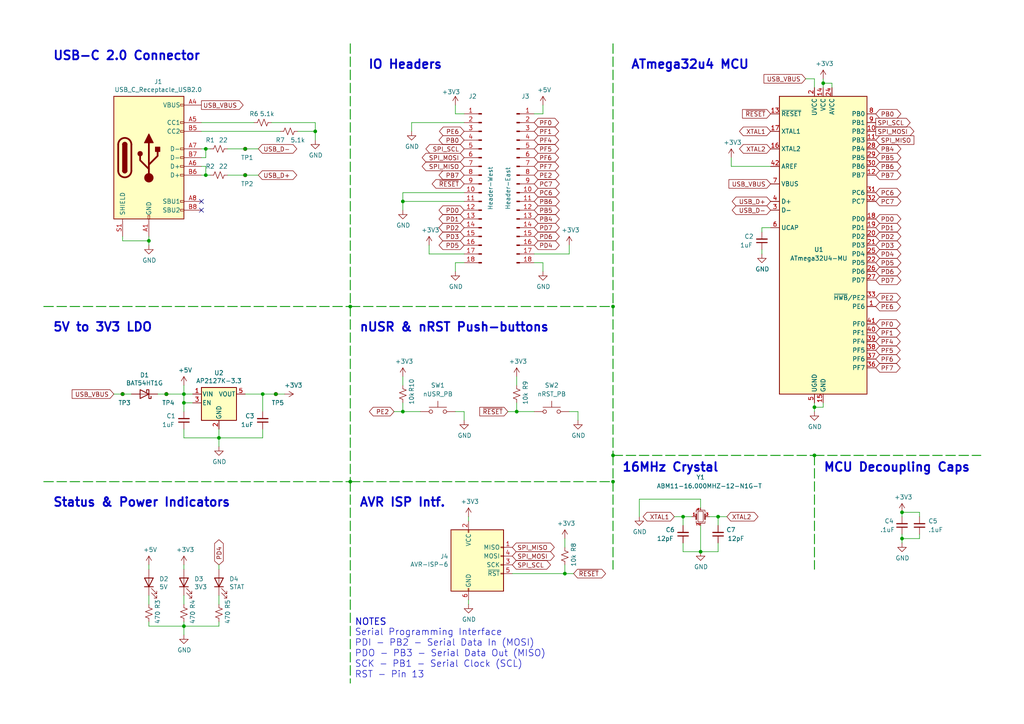
<source format=kicad_sch>
(kicad_sch (version 20230121) (generator eeschema)
  (paper "A4")
  (title_block (title "atmega32u4_breakout") (date "2022-12-27") (rev "rev B") (company "great lakes dev"))
  (lib_symbols
    (symbol "Connector:AVR-ISP-6" (pin_names (offset 1.016))
      (property "Reference" "J" (at -6.35 11.43 0))
      (property "Value" "AVR-ISP-6" (at 0 11.43 0))
      (symbol "AVR-ISP-6_0_1"
        (rectangle (start -2.667 -6.858) (end -2.413 -7.62))
        (rectangle (start -2.667 10.16) (end -2.413 9.398))
        (rectangle (start 7.62 -2.413) (end 6.858 -2.667))
        (rectangle (start 7.62 0.127) (end 6.858 -0.127))
        (rectangle (start 7.62 2.667) (end 6.858 2.413))
        (rectangle (start 7.62 5.207) (end 6.858 4.953))
        (rectangle (start 7.62 10.16) (end -7.62 -7.62) (stroke (width 0.254)) (fill (type background)))
      )
      (symbol "AVR-ISP-6_1_1"
        (pin passive line (at 10.16 5.08 180) (length 2.54) (name "MISO") (number "1"))
        (pin passive line (at -2.54 12.7 270) (length 2.54) (name "VCC") (number "2"))
        (pin passive line (at 10.16 0 180) (length 2.54) (name "SCK") (number "3"))
        (pin passive line (at 10.16 2.54 180) (length 2.54) (name "MOSI") (number "4"))
        (pin passive line (at 10.16 -2.54 180) (length 2.54) (name "~{RST}") (number "5"))
        (pin passive line (at -2.54 -10.16 90) (length 2.54) (name "GND") (number "6"))
      )
    )
    (symbol "Connector:Conn_01x18_Male" (pin_names (offset 1.016) hide)
      (property "Reference" "J" (at 0 22.86 0))
      (property "Value" "Conn_01x18_Male" (at 0 -25.4 0))
      (symbol "Conn_01x18_Male_1_1"
        (polyline (pts (xy 1.27 -22.86) (xy 0.8636 -22.86)) (stroke (width 0.1524)))
        (polyline (pts (xy 1.27 -20.32) (xy 0.8636 -20.32)) (stroke (width 0.1524)))
        (polyline (pts (xy 1.27 -17.78) (xy 0.8636 -17.78)) (stroke (width 0.1524)))
        (polyline (pts (xy 1.27 -15.24) (xy 0.8636 -15.24)) (stroke (width 0.1524)))
        (polyline (pts (xy 1.27 -12.7) (xy 0.8636 -12.7)) (stroke (width 0.1524)))
        (polyline (pts (xy 1.27 -10.16) (xy 0.8636 -10.16)) (stroke (width 0.1524)))
        (polyline (pts (xy 1.27 -7.62) (xy 0.8636 -7.62)) (stroke (width 0.1524)))
        (polyline (pts (xy 1.27 -5.08) (xy 0.8636 -5.08)) (stroke (width 0.1524)))
        (polyline (pts (xy 1.27 -2.54) (xy 0.8636 -2.54)) (stroke (width 0.1524)))
        (polyline (pts (xy 1.27 0) (xy 0.8636 0)) (stroke (width 0.1524)))
        (polyline (pts (xy 1.27 2.54) (xy 0.8636 2.54)) (stroke (width 0.1524)))
        (polyline (pts (xy 1.27 5.08) (xy 0.8636 5.08)) (stroke (width 0.1524)))
        (polyline (pts (xy 1.27 7.62) (xy 0.8636 7.62)) (stroke (width 0.1524)))
        (polyline (pts (xy 1.27 10.16) (xy 0.8636 10.16)) (stroke (width 0.1524)))
        (polyline (pts (xy 1.27 12.7) (xy 0.8636 12.7)) (stroke (width 0.1524)))
        (polyline (pts (xy 1.27 15.24) (xy 0.8636 15.24)) (stroke (width 0.1524)))
        (polyline (pts (xy 1.27 17.78) (xy 0.8636 17.78)) (stroke (width 0.1524)))
        (polyline (pts (xy 1.27 20.32) (xy 0.8636 20.32)) (stroke (width 0.1524)))
        (rectangle (start 0.8636 -22.733) (end 0 -22.987) (stroke (width 0.1524)) (fill (type outline)))
        (rectangle (start 0.8636 -20.193) (end 0 -20.447) (stroke (width 0.1524)) (fill (type outline)))
        (rectangle (start 0.8636 -17.653) (end 0 -17.907) (stroke (width 0.1524)) (fill (type outline)))
        (rectangle (start 0.8636 -15.113) (end 0 -15.367) (stroke (width 0.1524)) (fill (type outline)))
        (rectangle (start 0.8636 -12.573) (end 0 -12.827) (stroke (width 0.1524)) (fill (type outline)))
        (rectangle (start 0.8636 -10.033) (end 0 -10.287) (stroke (width 0.1524)) (fill (type outline)))
        (rectangle (start 0.8636 -7.493) (end 0 -7.747) (stroke (width 0.1524)) (fill (type outline)))
        (rectangle (start 0.8636 -4.953) (end 0 -5.207) (stroke (width 0.1524)) (fill (type outline)))
        (rectangle (start 0.8636 -2.413) (end 0 -2.667) (stroke (width 0.1524)) (fill (type outline)))
        (rectangle (start 0.8636 0.127) (end 0 -0.127) (stroke (width 0.1524)) (fill (type outline)))
        (rectangle (start 0.8636 2.667) (end 0 2.413) (stroke (width 0.1524)) (fill (type outline)))
        (rectangle (start 0.8636 5.207) (end 0 4.953) (stroke (width 0.1524)) (fill (type outline)))
        (rectangle (start 0.8636 7.747) (end 0 7.493) (stroke (width 0.1524)) (fill (type outline)))
        (rectangle (start 0.8636 10.287) (end 0 10.033) (stroke (width 0.1524)) (fill (type outline)))
        (rectangle (start 0.8636 12.827) (end 0 12.573) (stroke (width 0.1524)) (fill (type outline)))
        (rectangle (start 0.8636 15.367) (end 0 15.113) (stroke (width 0.1524)) (fill (type outline)))
        (rectangle (start 0.8636 17.907) (end 0 17.653) (stroke (width 0.1524)) (fill (type outline)))
        (rectangle (start 0.8636 20.447) (end 0 20.193) (stroke (width 0.1524)) (fill (type outline)))
        (pin passive line (at 5.08 20.32 180) (length 3.81) (name "Pin_1") (number "1"))
        (pin passive line (at 5.08 -2.54 180) (length 3.81) (name "Pin_10") (number "10"))
        (pin passive line (at 5.08 -5.08 180) (length 3.81) (name "Pin_11") (number "11"))
        (pin passive line (at 5.08 -7.62 180) (length 3.81) (name "Pin_12") (number "12"))
        (pin passive line (at 5.08 -10.16 180) (length 3.81) (name "Pin_13") (number "13"))
        (pin passive line (at 5.08 -12.7 180) (length 3.81) (name "Pin_14") (number "14"))
        (pin passive line (at 5.08 -15.24 180) (length 3.81) (name "Pin_15") (number "15"))
        (pin passive line (at 5.08 -17.78 180) (length 3.81) (name "Pin_16") (number "16"))
        (pin passive line (at 5.08 -20.32 180) (length 3.81) (name "Pin_17") (number "17"))
        (pin passive line (at 5.08 -22.86 180) (length 3.81) (name "Pin_18") (number "18"))
        (pin passive line (at 5.08 17.78 180) (length 3.81) (name "Pin_2") (number "2"))
        (pin passive line (at 5.08 15.24 180) (length 3.81) (name "Pin_3") (number "3"))
        (pin passive line (at 5.08 12.7 180) (length 3.81) (name "Pin_4") (number "4"))
        (pin passive line (at 5.08 10.16 180) (length 3.81) (name "Pin_5") (number "5"))
        (pin passive line (at 5.08 7.62 180) (length 3.81) (name "Pin_6") (number "6"))
        (pin passive line (at 5.08 5.08 180) (length 3.81) (name "Pin_7") (number "7"))
        (pin passive line (at 5.08 2.54 180) (length 3.81) (name "Pin_8") (number "8"))
        (pin passive line (at 5.08 0 180) (length 3.81) (name "Pin_9") (number "9"))
      )
    )
    (symbol "Connector:TestPoint_Small" (pin_numbers hide) (pin_names (offset 0.762) hide)
      (property "Reference" "TP" (at 0 3.81 0))
      (property "Value" "TestPoint_Small" (at 0 2.032 0))
      (symbol "TestPoint_Small_0_1"
        (circle (center 0 0) (radius 0.508))
      )
      (symbol "TestPoint_Small_1_1"
        (pin passive line (at 0 0 90) (length 0) (name "1") (number "1"))
      )
    )
    (symbol "Device:C_Small" (pin_numbers hide) (pin_names (offset 0.254) hide)
      (property "Reference" "C" (at 0.254 1.778 0))
      (property "Value" "C_Small" (at 0.254 -2.032 0))
      (symbol "C_Small_0_1"
        (polyline (pts (xy -1.524 -0.508) (xy 1.524 -0.508)) (stroke (width 0.3302)))
        (polyline (pts (xy -1.524 0.508) (xy 1.524 0.508)) (stroke (width 0.3048)))
      )
      (symbol "C_Small_1_1"
        (pin passive line (at 0 2.54 270) (length 2.032) (name "~") (number "1"))
        (pin passive line (at 0 -2.54 90) (length 2.032) (name "~") (number "2"))
      )
    )
    (symbol "Device:Crystal_GND24_Small" (pin_names (offset 1.016) hide)
      (property "Reference" "Y" (at 1.27 4.445 0))
      (property "Value" "Crystal_GND24_Small" (at 1.27 2.54 0))
      (symbol "Crystal_GND24_Small_0_1"
        (rectangle (start -0.762 -1.524) (end 0.762 1.524))
        (polyline (pts (xy -1.27 -0.762) (xy -1.27 0.762)) (stroke (width 0.381)))
        (polyline (pts (xy 1.27 -0.762) (xy 1.27 0.762)) (stroke (width 0.381)))
        (polyline (pts (xy -1.27 -1.27) (xy -1.27 -1.905) (xy 1.27 -1.905) (xy 1.27 -1.27)))
        (polyline (pts (xy -1.27 1.27) (xy -1.27 1.905) (xy 1.27 1.905) (xy 1.27 1.27)))
      )
      (symbol "Crystal_GND24_Small_1_1"
        (pin passive line (at -2.54 0 0) (length 1.27) (name "1") (number "1"))
        (pin passive line (at 0 -2.54 90) (length 0.635) (name "2") (number "2"))
        (pin passive line (at 2.54 0 180) (length 1.27) (name "3") (number "3"))
        (pin passive line (at 0 2.54 270) (length 0.635) (name "4") (number "4"))
      )
    )
    (symbol "Device:D_Schottky" (pin_numbers hide) (pin_names (offset 1.016) hide)
      (property "Reference" "D" (at 0 2.54 0))
      (property "Value" "D_Schottky" (at 0 -2.54 0))
      (symbol "D_Schottky_0_1"
        (polyline (pts (xy 1.27 0) (xy -1.27 0)))
        (polyline (pts (xy 1.27 1.27) (xy 1.27 -1.27) (xy -1.27 0) (xy 1.27 1.27)) (stroke (width 0.254)))
        (polyline (pts (xy -1.905 0.635) (xy -1.905 1.27) (xy -1.27 1.27) (xy -1.27 -1.27) (xy -0.635 -1.27) (xy -0.635 -0.635)) (stroke (width 0.254)))
      )
      (symbol "D_Schottky_1_1"
        (pin passive line (at -3.81 0 0) (length 2.54) (name "K") (number "1"))
        (pin passive line (at 3.81 0 180) (length 2.54) (name "A") (number "2"))
      )
    )
    (symbol "Device:LED" (pin_numbers hide) (pin_names (offset 1.016) hide)
      (property "Reference" "D" (at 0 2.54 0))
      (property "Value" "LED" (at 0 -2.54 0))
      (symbol "LED_0_1"
        (polyline (pts (xy -1.27 -1.27) (xy -1.27 1.27)) (stroke (width 0.254)))
        (polyline (pts (xy -1.27 0) (xy 1.27 0)))
        (polyline (pts (xy 1.27 -1.27) (xy 1.27 1.27) (xy -1.27 0) (xy 1.27 -1.27)) (stroke (width 0.254)))
        (polyline (pts (xy -3.048 -0.762) (xy -4.572 -2.286) (xy -3.81 -2.286) (xy -4.572 -2.286) (xy -4.572 -1.524)))
        (polyline (pts (xy -1.778 -0.762) (xy -3.302 -2.286) (xy -2.54 -2.286) (xy -3.302 -2.286) (xy -3.302 -1.524)))
      )
      (symbol "LED_1_1"
        (pin passive line (at -3.81 0 0) (length 2.54) (name "K") (number "1"))
        (pin passive line (at 3.81 0 180) (length 2.54) (name "A") (number "2"))
      )
    )
    (symbol "Device:R_Small_US" (pin_numbers hide) (pin_names (offset 0.254) hide)
      (property "Reference" "R" (at 0.762 0.508 0))
      (property "Value" "R_Small_US" (at 0.762 -1.016 0))
      (symbol "R_Small_US_1_1"
        (polyline (pts (xy 0 0) (xy 1.016 -0.381) (xy 0 -0.762) (xy -1.016 -1.143) (xy 0 -1.524)))
        (polyline (pts (xy 0 1.524) (xy 1.016 1.143) (xy 0 0.762) (xy -1.016 0.381) (xy 0 0)))
        (pin passive line (at 0 2.54 270) (length 1.016) (name "~") (number "1"))
        (pin passive line (at 0 -2.54 90) (length 1.016) (name "~") (number "2"))
      )
    )
    (symbol "Switch:SW_Push" (pin_numbers hide) (pin_names (offset 1.016) hide)
      (property "Reference" "SW" (at 1.27 2.54 0))
      (property "Value" "SW_Push" (at 0 -1.524 0))
      (symbol "SW_Push_0_1"
        (circle (center -2.032 0) (radius 0.508))
        (polyline (pts (xy 0 1.27) (xy 0 3.048)))
        (polyline (pts (xy 2.54 1.27) (xy -2.54 1.27)))
        (circle (center 2.032 0) (radius 0.508))
        (pin passive line (at -5.08 0 0) (length 2.54) (name "1") (number "1"))
        (pin passive line (at 5.08 0 180) (length 2.54) (name "2") (number "2"))
      )
    )
    (symbol "atmegaXu4_breakout-rescue:AP2127K-3.3-Regulator_Linear" (pin_names (offset 0.254))
      (property "Reference" "U" (at -5.08 5.715 0))
      (property "Value" "AP2127K-3.3-Regulator_Linear" (at 0 5.715 0))
      (symbol "AP2127K-3.3-Regulator_Linear_0_1"
        (rectangle (start -5.08 4.445) (end 5.08 -5.08) (stroke (width 0.254)) (fill (type background)))
      )
      (symbol "AP2127K-3.3-Regulator_Linear_1_1"
        (pin power_in line (at -7.62 2.54 0) (length 2.54) (name "VIN") (number "1"))
        (pin power_in line (at 0 -7.62 90) (length 2.54) (name "GND") (number "2"))
        (pin input line (at -7.62 0 0) (length 2.54) (name "EN") (number "3"))
        (pin no_connect line (at 7.62 0 180) (length 2.54) hide (name "NC") (number "4"))
        (pin power_out line (at 7.62 2.54 180) (length 2.54) (name "VOUT") (number "5"))
      )
    )
    (symbol "atmegaXu4_breakout-rescue:ATmega32U4-MU-MCU_Microchip_ATmega"
      (property "Reference" "U" (at -12.7 44.45 0))
      (property "Value" "ATmega32U4-MU-MCU_Microchip_ATmega" (at 2.54 -44.45 0))
      (symbol "ATmega32U4-MU-MCU_Microchip_ATmega_0_1"
        (rectangle (start -12.7 -43.18) (end 12.7 43.18) (stroke (width 0.254)) (fill (type background)))
      )
      (symbol "ATmega32U4-MU-MCU_Microchip_ATmega_1_1"
        (pin bidirectional line (at 15.24 -17.78 180) (length 2.54) (name "PE6") (number "1"))
        (pin bidirectional line (at 15.24 33.02 180) (length 2.54) (name "PB2") (number "10"))
        (pin bidirectional line (at 15.24 30.48 180) (length 2.54) (name "PB3") (number "11"))
        (pin bidirectional line (at 15.24 20.32 180) (length 2.54) (name "PB7") (number "12"))
        (pin input line (at -15.24 38.1 0) (length 2.54) (name "~{RESET}") (number "13"))
        (pin power_in line (at 0 45.72 270) (length 2.54) (name "VCC") (number "14"))
        (pin power_in line (at 0 -45.72 90) (length 2.54) (name "GND") (number "15"))
        (pin output line (at -15.24 27.94 0) (length 2.54) (name "XTAL2") (number "16"))
        (pin input line (at -15.24 33.02 0) (length 2.54) (name "XTAL1") (number "17"))
        (pin bidirectional line (at 15.24 7.62 180) (length 2.54) (name "PD0") (number "18"))
        (pin bidirectional line (at 15.24 5.08 180) (length 2.54) (name "PD1") (number "19"))
        (pin power_in line (at -2.54 45.72 270) (length 2.54) (name "UVCC") (number "2"))
        (pin bidirectional line (at 15.24 2.54 180) (length 2.54) (name "PD2") (number "20"))
        (pin bidirectional line (at 15.24 0 180) (length 2.54) (name "PD3") (number "21"))
        (pin bidirectional line (at 15.24 -5.08 180) (length 2.54) (name "PD5") (number "22"))
        (pin passive line (at 0 -45.72 90) (length 2.54) hide (name "GND") (number "23"))
        (pin power_in line (at 2.54 45.72 270) (length 2.54) (name "AVCC") (number "24"))
        (pin bidirectional line (at 15.24 -2.54 180) (length 2.54) (name "PD4") (number "25"))
        (pin bidirectional line (at 15.24 -7.62 180) (length 2.54) (name "PD6") (number "26"))
        (pin bidirectional line (at 15.24 -10.16 180) (length 2.54) (name "PD7") (number "27"))
        (pin bidirectional line (at 15.24 27.94 180) (length 2.54) (name "PB4") (number "28"))
        (pin bidirectional line (at 15.24 25.4 180) (length 2.54) (name "PB5") (number "29"))
        (pin bidirectional line (at -15.24 10.16 0) (length 2.54) (name "D-") (number "3"))
        (pin bidirectional line (at 15.24 22.86 180) (length 2.54) (name "PB6") (number "30"))
        (pin bidirectional line (at 15.24 15.24 180) (length 2.54) (name "PC6") (number "31"))
        (pin bidirectional line (at 15.24 12.7 180) (length 2.54) (name "PC7") (number "32"))
        (pin bidirectional line (at 15.24 -15.24 180) (length 2.54) (name "~{HWB}/PE2") (number "33"))
        (pin passive line (at 0 45.72 270) (length 2.54) hide (name "VCC") (number "34"))
        (pin passive line (at 0 -45.72 90) (length 2.54) hide (name "GND") (number "35"))
        (pin bidirectional line (at 15.24 -35.56 180) (length 2.54) (name "PF7") (number "36"))
        (pin bidirectional line (at 15.24 -33.02 180) (length 2.54) (name "PF6") (number "37"))
        (pin bidirectional line (at 15.24 -30.48 180) (length 2.54) (name "PF5") (number "38"))
        (pin bidirectional line (at 15.24 -27.94 180) (length 2.54) (name "PF4") (number "39"))
        (pin bidirectional line (at -15.24 12.7 0) (length 2.54) (name "D+") (number "4"))
        (pin bidirectional line (at 15.24 -25.4 180) (length 2.54) (name "PF1") (number "40"))
        (pin bidirectional line (at 15.24 -22.86 180) (length 2.54) (name "PF0") (number "41"))
        (pin passive line (at -15.24 22.86 0) (length 2.54) (name "AREF") (number "42"))
        (pin passive line (at 0 -45.72 90) (length 2.54) hide (name "GND") (number "43"))
        (pin passive line (at 2.54 45.72 270) (length 2.54) hide (name "AVCC") (number "44"))
        (pin passive line (at 0 -45.72 90) (length 2.54) hide (name "GND") (number "45"))
        (pin passive line (at -2.54 -45.72 90) (length 2.54) (name "UGND") (number "5"))
        (pin passive line (at -15.24 5.08 0) (length 2.54) (name "UCAP") (number "6"))
        (pin input line (at -15.24 17.78 0) (length 2.54) (name "VBUS") (number "7"))
        (pin bidirectional line (at 15.24 38.1 180) (length 2.54) (name "PB0") (number "8"))
        (pin bidirectional line (at 15.24 35.56 180) (length 2.54) (name "PB1") (number "9"))
      )
    )
    (symbol "atmegaXu4_breakout-rescue:USB_C_Receptacle_USB2.0-Connector" (pin_names (offset 1.016))
      (property "Reference" "J" (at -10.16 19.05 0))
      (property "Value" "USB_C_Receptacle_USB2.0-Connector" (at 19.05 19.05 0))
      (symbol "USB_C_Receptacle_USB2.0-Connector_0_0"
        (rectangle (start -0.254 -17.78) (end 0.254 -16.764))
        (rectangle (start 10.16 -14.986) (end 9.144 -15.494))
        (rectangle (start 10.16 -12.446) (end 9.144 -12.954))
        (rectangle (start 10.16 -4.826) (end 9.144 -5.334))
        (rectangle (start 10.16 -2.286) (end 9.144 -2.794))
        (rectangle (start 10.16 0.254) (end 9.144 -0.254))
        (rectangle (start 10.16 2.794) (end 9.144 2.286))
        (rectangle (start 10.16 7.874) (end 9.144 7.366))
        (rectangle (start 10.16 10.414) (end 9.144 9.906))
        (rectangle (start 10.16 15.494) (end 9.144 14.986))
      )
      (symbol "USB_C_Receptacle_USB2.0-Connector_0_1"
        (rectangle (start -10.16 17.78) (end 10.16 -17.78) (stroke (width 0.254)) (fill (type background)))
        (arc (start -8.89 -3.81) (mid -6.985 -5.7067) (end -5.08 -3.81) (stroke (width 0.508)))
        (arc (start -7.62 -3.81) (mid -6.985 -4.4423) (end -6.35 -3.81) (stroke (width 0.254)))
        (arc (start -7.62 -3.81) (mid -6.985 -4.4423) (end -6.35 -3.81) (stroke (width 0.254)) (fill (type outline)))
        (rectangle (start -7.62 -3.81) (end -6.35 3.81) (stroke (width 0.254)) (fill (type outline)))
        (arc (start -6.35 3.81) (mid -6.985 4.4423) (end -7.62 3.81) (stroke (width 0.254)))
        (arc (start -6.35 3.81) (mid -6.985 4.4423) (end -7.62 3.81) (stroke (width 0.254)) (fill (type outline)))
        (arc (start -5.08 3.81) (mid -6.985 5.7067) (end -8.89 3.81) (stroke (width 0.508)))
        (circle (center -2.54 1.143) (radius 0.635) (stroke (width 0.254)) (fill (type outline)))
        (circle (center 0 -5.842) (radius 1.27) (fill (type outline)))
        (polyline (pts (xy -8.89 -3.81) (xy -8.89 3.81)) (stroke (width 0.508)))
        (polyline (pts (xy -5.08 3.81) (xy -5.08 -3.81)) (stroke (width 0.508)))
        (polyline (pts (xy 0 -5.842) (xy 0 4.318)) (stroke (width 0.508)))
        (polyline (pts (xy 0 -3.302) (xy -2.54 -0.762) (xy -2.54 0.508)) (stroke (width 0.508)))
        (polyline (pts (xy 0 -2.032) (xy 2.54 0.508) (xy 2.54 1.778)) (stroke (width 0.508)))
        (polyline (pts (xy -1.27 4.318) (xy 0 6.858) (xy 1.27 4.318) (xy -1.27 4.318)) (stroke (width 0.254)) (fill (type outline)))
        (rectangle (start 1.905 1.778) (end 3.175 3.048) (stroke (width 0.254)) (fill (type outline)))
      )
      (symbol "USB_C_Receptacle_USB2.0-Connector_1_1"
        (pin power_in line (at 0 -22.86 90) (length 5.08) (name "GND") (number "A1"))
        (pin passive line (at 0 -22.86 90) (length 5.08) hide (name "GND") (number "A12"))
        (pin power_in line (at 15.24 15.24 180) (length 5.08) (name "VBUS") (number "A4"))
        (pin bidirectional line (at 15.24 10.16 180) (length 5.08) (name "CC1") (number "A5"))
        (pin bidirectional line (at 15.24 -2.54 180) (length 5.08) (name "D+") (number "A6"))
        (pin bidirectional line (at 15.24 2.54 180) (length 5.08) (name "D-") (number "A7"))
        (pin bidirectional line (at 15.24 -12.7 180) (length 5.08) (name "SBU1") (number "A8"))
        (pin passive line (at 15.24 15.24 180) (length 5.08) hide (name "VBUS") (number "A9"))
        (pin passive line (at 0 -22.86 90) (length 5.08) hide (name "GND") (number "B1"))
        (pin passive line (at 0 -22.86 90) (length 5.08) hide (name "GND") (number "B12"))
        (pin passive line (at 15.24 15.24 180) (length 5.08) hide (name "VBUS") (number "B4"))
        (pin bidirectional line (at 15.24 7.62 180) (length 5.08) (name "CC2") (number "B5"))
        (pin bidirectional line (at 15.24 -5.08 180) (length 5.08) (name "D+") (number "B6"))
        (pin bidirectional line (at 15.24 0 180) (length 5.08) (name "D-") (number "B7"))
        (pin bidirectional line (at 15.24 -15.24 180) (length 5.08) (name "SBU2") (number "B8"))
        (pin passive line (at 15.24 15.24 180) (length 5.08) hide (name "VBUS") (number "B9"))
        (pin passive line (at -7.62 -22.86 90) (length 5.08) (name "SHIELD") (number "S1"))
      )
    )
    (symbol "power:+3V3" (power) (pin_names (offset 0))
      (property "Value" "+3V3" (at 0 3.556 0))
      (symbol "+3V3_0_1"
        (polyline (pts (xy -0.762 1.27) (xy 0 2.54)))
        (polyline (pts (xy 0 0) (xy 0 2.54)))
        (polyline (pts (xy 0 2.54) (xy 0.762 1.27)))
      )
      (symbol "+3V3_1_1"
        (pin power_in line (at 0 0 90) (length 0) hide (name "+3V3") (number "1"))
      )
    )
    (symbol "power:+5V" (power) (pin_names (offset 0))
      (property "Value" "+5V" (at 0 3.556 0))
      (symbol "+5V_0_1"
        (polyline (pts (xy -0.762 1.27) (xy 0 2.54)))
        (polyline (pts (xy 0 0) (xy 0 2.54)))
        (polyline (pts (xy 0 2.54) (xy 0.762 1.27)))
      )
      (symbol "+5V_1_1"
        (pin power_in line (at 0 0 90) (length 0) hide (name "+5V") (number "1"))
      )
    )
    (symbol "power:GND" (power) (pin_names (offset 0))
      (property "Value" "GND" (at 0 -3.81 0))
      (symbol "GND_0_1"
        (polyline (pts (xy 0 0) (xy 0 -1.27) (xy 1.27 -1.27) (xy 0 -2.54) (xy -1.27 -1.27) (xy 0 -1.27)))
      )
      (symbol "GND_1_1"
        (pin power_in line (at 0 0 270) (length 0) hide (name "GND") (number "1"))
      )
    )
  )
  (junction (at 177.8 139.7))
  (junction (at 53.34 181.61))
  (junction (at 48.26 114.3))
  (junction (at 116.84 58.42))
  (junction (at 116.84 119.38))
  (junction (at 76.2 114.3))
  (junction (at 59.69 50.8))
  (junction (at 198.12 149.86))
  (junction (at 236.22 118.11))
  (junction (at 43.18 69.85))
  (junction (at 261.62 148.59))
  (junction (at 238.76 24.13))
  (junction (at 53.34 116.84))
  (junction (at 59.69 43.18))
  (junction (at 203.2 160.02))
  (junction (at 177.8 88.9))
  (junction (at 236.22 132.08))
  (junction (at 71.12 43.18))
  (junction (at 91.44 38.1))
  (junction (at 80.01 114.3))
  (junction (at 261.62 156.21))
  (junction (at 208.28 149.86))
  (junction (at 101.6 88.9))
  (junction (at 35.56 114.3))
  (junction (at 63.5 127))
  (junction (at 163.83 166.37))
  (junction (at 101.6 139.7))
  (junction (at 149.86 119.38))
  (junction (at 71.12 50.8))
  (junction (at 53.34 114.3))
  (junction (at 177.8 132.08))
  (no_connect (at 58.42 58.42))
  (no_connect (at 58.42 60.96))
  (wire (pts (xy 91.44 38.1) (xy 91.44 40.64)))
  (wire (pts (xy 134.62 55.88) (xy 116.84 55.88)))
  (wire (pts (xy 165.1 71.12) (xy 165.1 73.66)))
  (wire (pts (xy 238.76 24.13) (xy 238.76 25.4)))
  (wire (pts (xy 80.01 114.3) (xy 76.2 114.3)))
  (wire (pts (xy 116.84 116.84) (xy 116.84 119.38)))
  (wire (pts (xy 177.8 132.08) (xy 177.8 139.7)) (stroke (width 0.254) (type dash)))
  (wire (pts (xy 203.2 144.78) (xy 203.2 147.32)))
  (wire (pts (xy 236.22 132.08) (xy 236.22 165.1)) (stroke (width 0.254) (type dash)))
  (wire (pts (xy 149.86 109.22) (xy 149.86 111.76)))
  (wire (pts (xy 59.69 50.8) (xy 60.96 50.8)))
  (wire (pts (xy 101.6 88.9) (xy 177.8 88.9)) (stroke (width 0.254) (type dash)))
  (wire (pts (xy 63.5 181.61) (xy 53.34 181.61)))
  (wire (pts (xy 58.42 38.1) (xy 81.28 38.1)))
  (wire (pts (xy 198.12 149.86) (xy 200.66 149.86)))
  (wire (pts (xy 63.5 127) (xy 63.5 129.54)))
  (wire (pts (xy 198.12 152.4) (xy 198.12 149.86)))
  (wire (pts (xy 154.94 33.02) (xy 157.48 33.02)))
  (wire (pts (xy 116.84 58.42) (xy 116.84 60.96)))
  (wire (pts (xy 58.42 43.18) (xy 59.69 43.18)))
  (wire (pts (xy 154.94 119.38) (xy 149.86 119.38)))
  (wire (pts (xy 59.69 43.18) (xy 60.96 43.18)))
  (wire (pts (xy 166.37 166.37) (xy 163.83 166.37)))
  (wire (pts (xy 134.62 33.02) (xy 132.08 33.02)))
  (wire (pts (xy 177.8 132.08) (xy 236.22 132.08)) (stroke (width 0.254) (type dash)))
  (wire (pts (xy 135.89 149.86) (xy 135.89 151.13)))
  (wire (pts (xy 53.34 172.72) (xy 53.34 175.26)))
  (wire (pts (xy 53.34 114.3) (xy 55.88 114.3)))
  (wire (pts (xy 53.34 114.3) (xy 53.34 116.84)))
  (wire (pts (xy 238.76 118.11) (xy 236.22 118.11)))
  (wire (pts (xy 154.94 73.66) (xy 165.1 73.66)))
  (wire (pts (xy 163.83 163.83) (xy 163.83 166.37)))
  (wire (pts (xy 43.18 172.72) (xy 43.18 175.26)))
  (wire (pts (xy 261.62 149.86) (xy 261.62 148.59)))
  (wire (pts (xy 241.3 24.13) (xy 241.3 25.4)))
  (wire (pts (xy 53.34 111.76) (xy 53.34 114.3)))
  (wire (pts (xy 121.92 119.38) (xy 116.84 119.38)))
  (wire (pts (xy 154.94 76.2) (xy 157.48 76.2)))
  (wire (pts (xy 238.76 116.84) (xy 238.76 118.11)))
  (wire (pts (xy 33.02 114.3) (xy 35.56 114.3)))
  (wire (pts (xy 261.62 154.94) (xy 261.62 156.21)))
  (wire (pts (xy 66.04 43.18) (xy 71.12 43.18)))
  (wire (pts (xy 185.42 144.78) (xy 185.42 149.86)))
  (wire (pts (xy 132.08 30.48) (xy 132.08 33.02)))
  (wire (pts (xy 205.74 149.86) (xy 208.28 149.86)))
  (wire (pts (xy 58.42 50.8) (xy 59.69 50.8)))
  (wire (pts (xy 134.62 119.38) (xy 134.62 121.92)))
  (wire (pts (xy 74.93 50.8) (xy 71.12 50.8)))
  (wire (pts (xy 91.44 35.56) (xy 91.44 38.1)))
  (wire (pts (xy 220.98 73.66) (xy 220.98 72.39)))
  (wire (pts (xy 203.2 152.4) (xy 203.2 160.02)))
  (wire (pts (xy 53.34 116.84) (xy 55.88 116.84)))
  (wire (pts (xy 135.89 173.99) (xy 135.89 175.26)))
  (wire (pts (xy 116.84 58.42) (xy 134.62 58.42)))
  (wire (pts (xy 236.22 119.38) (xy 236.22 118.11)))
  (wire (pts (xy 163.83 156.21) (xy 163.83 158.75)))
  (wire (pts (xy 43.18 69.85) (xy 43.18 71.12)))
  (wire (pts (xy 59.69 48.26) (xy 59.69 50.8)))
  (wire (pts (xy 177.8 12.7) (xy 177.8 88.9)) (stroke (width 0.254) (type dash)))
  (wire (pts (xy 220.98 66.04) (xy 223.52 66.04)))
  (wire (pts (xy 119.38 35.56) (xy 119.38 38.1)))
  (wire (pts (xy 12.7 139.7) (xy 101.6 139.7)) (stroke (width 0.254) (type dash)))
  (wire (pts (xy 58.42 45.72) (xy 59.69 45.72)))
  (wire (pts (xy 86.36 38.1) (xy 91.44 38.1)))
  (wire (pts (xy 76.2 124.46) (xy 76.2 127)))
  (wire (pts (xy 63.5 127) (xy 76.2 127)))
  (wire (pts (xy 53.34 116.84) (xy 53.34 119.38)))
  (wire (pts (xy 116.84 55.88) (xy 116.84 58.42)))
  (wire (pts (xy 220.98 67.31) (xy 220.98 66.04)))
  (wire (pts (xy 101.6 139.7) (xy 101.6 198.12)) (stroke (width 0.254) (type dash)))
  (wire (pts (xy 238.76 22.86) (xy 238.76 24.13)))
  (wire (pts (xy 35.56 114.3) (xy 38.1 114.3)))
  (wire (pts (xy 185.42 144.78) (xy 203.2 144.78)))
  (wire (pts (xy 63.5 180.34) (xy 63.5 181.61)))
  (wire (pts (xy 157.48 30.48) (xy 157.48 33.02)))
  (wire (pts (xy 63.5 165.1) (xy 63.5 163.83)))
  (wire (pts (xy 124.46 71.12) (xy 124.46 73.66)))
  (wire (pts (xy 63.5 172.72) (xy 63.5 175.26)))
  (wire (pts (xy 80.01 114.3) (xy 82.55 114.3)))
  (wire (pts (xy 45.72 114.3) (xy 48.26 114.3)))
  (wire (pts (xy 66.04 50.8) (xy 71.12 50.8)))
  (wire (pts (xy 43.18 180.34) (xy 43.18 181.61)))
  (wire (pts (xy 163.83 166.37) (xy 148.59 166.37)))
  (wire (pts (xy 236.22 22.86) (xy 236.22 25.4)))
  (wire (pts (xy 236.22 118.11) (xy 236.22 116.84)))
  (wire (pts (xy 71.12 43.18) (xy 74.93 43.18)))
  (wire (pts (xy 208.28 157.48) (xy 208.28 160.02)))
  (wire (pts (xy 195.58 149.86) (xy 198.12 149.86)))
  (wire (pts (xy 132.08 76.2) (xy 134.62 76.2)))
  (wire (pts (xy 223.52 48.26) (xy 212.09 48.26)))
  (wire (pts (xy 208.28 149.86) (xy 210.82 149.86)))
  (wire (pts (xy 12.7 88.9) (xy 101.6 88.9)) (stroke (width 0.254) (type dash)))
  (wire (pts (xy 266.7 149.86) (xy 266.7 148.59)))
  (wire (pts (xy 58.42 48.26) (xy 59.69 48.26)))
  (wire (pts (xy 101.6 139.7) (xy 177.8 139.7)) (stroke (width 0.254) (type dash)))
  (wire (pts (xy 177.8 139.7) (xy 177.8 165.1)) (stroke (width 0.254) (type dash)))
  (wire (pts (xy 149.86 116.84) (xy 149.86 119.38)))
  (wire (pts (xy 43.18 165.1) (xy 43.18 163.83)))
  (wire (pts (xy 53.34 165.1) (xy 53.34 163.83)))
  (wire (pts (xy 266.7 156.21) (xy 261.62 156.21)))
  (wire (pts (xy 132.08 119.38) (xy 134.62 119.38)))
  (wire (pts (xy 43.18 181.61) (xy 53.34 181.61)))
  (wire (pts (xy 35.56 69.85) (xy 43.18 69.85)))
  (wire (pts (xy 177.8 88.9) (xy 177.8 132.08)) (stroke (width 0.254) (type dash)))
  (wire (pts (xy 76.2 114.3) (xy 76.2 119.38)))
  (wire (pts (xy 53.34 181.61) (xy 53.34 184.15)))
  (wire (pts (xy 266.7 154.94) (xy 266.7 156.21)))
  (wire (pts (xy 53.34 127) (xy 63.5 127)))
  (wire (pts (xy 238.76 24.13) (xy 241.3 24.13)))
  (wire (pts (xy 35.56 68.58) (xy 35.56 69.85)))
  (wire (pts (xy 124.46 73.66) (xy 134.62 73.66)))
  (wire (pts (xy 165.1 119.38) (xy 167.64 119.38)))
  (wire (pts (xy 208.28 160.02) (xy 203.2 160.02)))
  (wire (pts (xy 53.34 124.46) (xy 53.34 127)))
  (wire (pts (xy 78.74 35.56) (xy 91.44 35.56)))
  (wire (pts (xy 134.62 35.56) (xy 119.38 35.56)))
  (wire (pts (xy 43.18 68.58) (xy 43.18 69.85)))
  (wire (pts (xy 233.68 22.86) (xy 236.22 22.86)))
  (wire (pts (xy 58.42 35.56) (xy 73.66 35.56)))
  (wire (pts (xy 198.12 157.48) (xy 198.12 160.02)))
  (wire (pts (xy 71.12 114.3) (xy 76.2 114.3)))
  (wire (pts (xy 157.48 76.2) (xy 157.48 78.74)))
  (wire (pts (xy 266.7 148.59) (xy 261.62 148.59)))
  (wire (pts (xy 261.62 156.21) (xy 261.62 157.48)))
  (wire (pts (xy 212.09 48.26) (xy 212.09 45.72)))
  (wire (pts (xy 236.22 132.08) (xy 284.48 132.08)) (stroke (width 0.254) (type dash)))
  (wire (pts (xy 101.6 12.7) (xy 101.6 88.9)) (stroke (width 0.254) (type dash)))
  (wire (pts (xy 208.28 149.86) (xy 208.28 152.4)))
  (wire (pts (xy 114.3 119.38) (xy 116.84 119.38)))
  (wire (pts (xy 59.69 45.72) (xy 59.69 43.18)))
  (wire (pts (xy 147.32 119.38) (xy 149.86 119.38)))
  (wire (pts (xy 116.84 109.22) (xy 116.84 111.76)))
  (wire (pts (xy 53.34 180.34) (xy 53.34 181.61)))
  (wire (pts (xy 132.08 78.74) (xy 132.08 76.2)))
  (wire (pts (xy 48.26 114.3) (xy 53.34 114.3)))
  (wire (pts (xy 198.12 160.02) (xy 203.2 160.02)))
  (wire (pts (xy 167.64 119.38) (xy 167.64 121.92)))
  (wire (pts (xy 63.5 124.46) (xy 63.5 127)))
  (wire (pts (xy 101.6 88.9) (xy 101.6 139.7)) (stroke (width 0.254) (type dash)))
  (text "nUSR & nRST Push-buttons" (at 104.14 96.52 0) (effects (font (size 2.54 2.54) (thickness 0.508) bold) (justify left bottom)))
  (text "IO Headers" (at 106.68 20.32 0) (effects (font (size 2.54 2.54) (thickness 0.508) bold) (justify left bottom)))
  (text "5V to 3V3 LDO" (at 15.24 96.52 0) (effects (font (size 2.54 2.54) (thickness 0.508) bold) (justify left bottom)))
  (text "16MHz Crystal" (at 180.34 137.16 0) (effects (font (size 2.54 2.54) (thickness 0.508) bold) (justify left bottom)))
  (text "AVR ISP Intf." (at 104.14 147.32 0) (effects (font (size 2.54 2.54) (thickness 0.508) bold) (justify left bottom)))
  (text "MCU Decoupling Caps" (at 238.76 137.16 0) (effects (font (size 2.54 2.54) (thickness 0.508) bold) (justify left bottom)))
  (text "NOTES" (at 102.87 181.61 0) (effects (font (size 1.905 1.905) (thickness 0.254) bold) (justify left bottom)))
  (text "Serial Programming Interface\nPDI - PB2 - Serial Data In (MOSI)\nPDO - PB3 - Serial Data Out (MISO)\nSCK - PB1 - Serial Clock (SCL)\nRST - Pin 13" (at 102.87 196.85 0) (effects (font (size 1.905 1.905)) (justify left bottom)))
  (text "USB-C 2.0 Connector" (at 15.24 17.78 0) (effects (font (size 2.54 2.54) (thickness 0.508) bold) (justify left bottom)))
  (text "Status & Power Indicators" (at 15.24 147.32 0) (effects (font (size 2.54 2.54) (thickness 0.508) bold) (justify left bottom)))
  (text "ATmega32u4 MCU" (at 182.88 20.32 0) (effects (font (size 2.54 2.54) (thickness 0.508) bold) (justify left bottom)))
  (global_label "PD0" (shape bidirectional) (at 134.62 60.96 180) (property "Intersheetrefs" "${INTERSHEET_REFS}" (effects hide)))
  (global_label "PF1" (shape bidirectional) (at 154.94 38.1 0) (property "Intersheetrefs" "${INTERSHEET_REFS}" (effects hide)))
  (global_label "PF6" (shape bidirectional) (at 254 104.14 0) (property "Intersheetrefs" "${INTERSHEET_REFS}" (effects hide)))
  (global_label "PD3" (shape bidirectional) (at 254 71.12 0) (property "Intersheetrefs" "${INTERSHEET_REFS}" (effects hide)))
  (global_label "PE2" (shape bidirectional) (at 254 86.36 0) (property "Intersheetrefs" "${INTERSHEET_REFS}" (effects hide)))
  (global_label "PB0" (shape bidirectional) (at 134.62 40.64 180) (property "Intersheetrefs" "${INTERSHEET_REFS}" (effects hide)))
  (global_label "PC7" (shape bidirectional) (at 254 58.42 0) (property "Intersheetrefs" "${INTERSHEET_REFS}" (effects hide)))
  (global_label "PB6" (shape bidirectional) (at 154.94 58.42 0) (property "Intersheetrefs" "${INTERSHEET_REFS}" (effects hide)))
  (global_label "USB_VBUS" (shape input) (at 223.52 53.34 180) (property "Intersheetrefs" "${INTERSHEET_REFS}" (effects hide)))
  (global_label "PD5" (shape bidirectional) (at 134.62 71.12 180) (property "Intersheetrefs" "${INTERSHEET_REFS}" (effects hide)))
  (global_label "PB5" (shape bidirectional) (at 254 45.72 0) (property "Intersheetrefs" "${INTERSHEET_REFS}" (effects hide)))
  (global_label "PB5" (shape bidirectional) (at 154.94 60.96 0) (property "Intersheetrefs" "${INTERSHEET_REFS}" (effects hide)))
  (global_label "PF1" (shape bidirectional) (at 254 96.52 0) (property "Intersheetrefs" "${INTERSHEET_REFS}" (effects hide)))
  (global_label "PD6" (shape bidirectional) (at 154.94 68.58 0) (property "Intersheetrefs" "${INTERSHEET_REFS}" (effects hide)))
  (global_label "~{RESET}" (shape bidirectional) (at 134.62 53.34 180) (property "Intersheetrefs" "${INTERSHEET_REFS}" (effects hide)))
  (global_label "PB7" (shape bidirectional) (at 254 50.8 0) (property "Intersheetrefs" "${INTERSHEET_REFS}" (effects hide)))
  (global_label "PE2" (shape bidirectional) (at 114.3 119.38 180) (property "Intersheetrefs" "${INTERSHEET_REFS}" (effects hide)))
  (global_label "PF6" (shape bidirectional) (at 154.94 45.72 0) (property "Intersheetrefs" "${INTERSHEET_REFS}" (effects hide)))
  (global_label "PB6" (shape bidirectional) (at 254 48.26 0) (property "Intersheetrefs" "${INTERSHEET_REFS}" (effects hide)))
  (global_label "PD4" (shape bidirectional) (at 254 73.66 0) (property "Intersheetrefs" "${INTERSHEET_REFS}" (effects hide)))
  (global_label "XTAL2" (shape bidirectional) (at 223.52 43.18 180) (property "Intersheetrefs" "${INTERSHEET_REFS}" (effects hide)))
  (global_label "PB7" (shape bidirectional) (at 134.62 50.8 180) (property "Intersheetrefs" "${INTERSHEET_REFS}" (effects hide)))
  (global_label "SPI_SCL" (shape bidirectional) (at 148.59 163.83 0) (property "Intersheetrefs" "${INTERSHEET_REFS}" (effects hide)))
  (global_label "PF5" (shape bidirectional) (at 154.94 43.18 0) (property "Intersheetrefs" "${INTERSHEET_REFS}" (effects hide)))
  (global_label "PD2" (shape bidirectional) (at 254 68.58 0) (property "Intersheetrefs" "${INTERSHEET_REFS}" (effects hide)))
  (global_label "SPI_SCL" (shape output) (at 254 35.56 0) (property "Intersheetrefs" "${INTERSHEET_REFS}" (effects hide)))
  (global_label "PC6" (shape bidirectional) (at 154.94 55.88 0) (property "Intersheetrefs" "${INTERSHEET_REFS}" (effects hide)))
  (global_label "PD0" (shape bidirectional) (at 254 63.5 0) (property "Intersheetrefs" "${INTERSHEET_REFS}" (effects hide)))
  (global_label "PE6" (shape bidirectional) (at 254 88.9 0) (property "Intersheetrefs" "${INTERSHEET_REFS}" (effects hide)))
  (global_label "~{RESET}" (shape input) (at 223.52 33.02 180) (property "Intersheetrefs" "${INTERSHEET_REFS}" (effects hide)))
  (global_label "USB_VBUS" (shape input) (at 233.68 22.86 180) (property "Intersheetrefs" "${INTERSHEET_REFS}" (effects hide)))
  (global_label "PD2" (shape bidirectional) (at 134.62 66.04 180) (property "Intersheetrefs" "${INTERSHEET_REFS}" (effects hide)))
  (global_label "XTAL1" (shape bidirectional) (at 223.52 38.1 180) (property "Intersheetrefs" "${INTERSHEET_REFS}" (effects hide)))
  (global_label "PE2" (shape bidirectional) (at 154.94 50.8 0) (property "Intersheetrefs" "${INTERSHEET_REFS}" (effects hide)))
  (global_label "SPI_MOSI" (shape output) (at 254 38.1 0) (property "Intersheetrefs" "${INTERSHEET_REFS}" (effects hide)))
  (global_label "PF4" (shape bidirectional) (at 154.94 40.64 0) (property "Intersheetrefs" "${INTERSHEET_REFS}" (effects hide)))
  (global_label "SPI_MOSI" (shape bidirectional) (at 134.62 45.72 180) (property "Intersheetrefs" "${INTERSHEET_REFS}" (effects hide)))
  (global_label "PF7" (shape bidirectional) (at 154.94 48.26 0) (property "Intersheetrefs" "${INTERSHEET_REFS}" (effects hide)))
  (global_label "USB_D-" (shape bidirectional) (at 74.93 43.18 0) (property "Intersheetrefs" "${INTERSHEET_REFS}" (effects hide)))
  (global_label "PD1" (shape bidirectional) (at 134.62 63.5 180) (property "Intersheetrefs" "${INTERSHEET_REFS}" (effects hide)))
  (global_label "XTAL2" (shape bidirectional) (at 210.82 149.86 0) (property "Intersheetrefs" "${INTERSHEET_REFS}" (effects hide)))
  (global_label "USB_VBUS" (shape output) (at 58.42 30.48 0) (property "Intersheetrefs" "${INTERSHEET_REFS}" (effects hide)))
  (global_label "USB_D+" (shape bidirectional) (at 223.52 58.42 180) (property "Intersheetrefs" "${INTERSHEET_REFS}" (effects hide)))
  (global_label "~{RESET}" (shape bidirectional) (at 166.37 166.37 0) (property "Intersheetrefs" "${INTERSHEET_REFS}" (effects hide)))
  (global_label "PB4" (shape bidirectional) (at 254 43.18 0) (property "Intersheetrefs" "${INTERSHEET_REFS}" (effects hide)))
  (global_label "SPI_SCL" (shape bidirectional) (at 134.62 43.18 180) (property "Intersheetrefs" "${INTERSHEET_REFS}" (effects hide)))
  (global_label "PE6" (shape bidirectional) (at 134.62 38.1 180) (property "Intersheetrefs" "${INTERSHEET_REFS}" (effects hide)))
  (global_label "PF7" (shape bidirectional) (at 254 106.68 0) (property "Intersheetrefs" "${INTERSHEET_REFS}" (effects hide)))
  (global_label "SPI_MOSI" (shape bidirectional) (at 148.59 161.29 0) (property "Intersheetrefs" "${INTERSHEET_REFS}" (effects hide)))
  (global_label "PC7" (shape bidirectional) (at 154.94 53.34 0) (property "Intersheetrefs" "${INTERSHEET_REFS}" (effects hide)))
  (global_label "PD4" (shape bidirectional) (at 63.5 163.83 90) (property "Intersheetrefs" "${INTERSHEET_REFS}" (effects hide)))
  (global_label "PF4" (shape bidirectional) (at 254 99.06 0) (property "Intersheetrefs" "${INTERSHEET_REFS}" (effects hide)))
  (global_label "~{RESET}" (shape input) (at 147.32 119.38 180) (property "Intersheetrefs" "${INTERSHEET_REFS}" (effects hide)))
  (global_label "PD1" (shape bidirectional) (at 254 66.04 0) (property "Intersheetrefs" "${INTERSHEET_REFS}" (effects hide)))
  (global_label "SPI_MISO" (shape bidirectional) (at 134.62 48.26 180) (property "Intersheetrefs" "${INTERSHEET_REFS}" (effects hide)))
  (global_label "USB_D+" (shape bidirectional) (at 74.93 50.8 0) (property "Intersheetrefs" "${INTERSHEET_REFS}" (effects hide)))
  (global_label "PF0" (shape bidirectional) (at 254 93.98 0) (property "Intersheetrefs" "${INTERSHEET_REFS}" (effects hide)))
  (global_label "PD7" (shape bidirectional) (at 154.94 66.04 0) (property "Intersheetrefs" "${INTERSHEET_REFS}" (effects hide)))
  (global_label "PD4" (shape bidirectional) (at 154.94 71.12 0) (property "Intersheetrefs" "${INTERSHEET_REFS}" (effects hide)))
  (global_label "SPI_MISO" (shape input) (at 254 40.64 0) (property "Intersheetrefs" "${INTERSHEET_REFS}" (effects hide)))
  (global_label "SPI_MISO" (shape bidirectional) (at 148.59 158.75 0) (property "Intersheetrefs" "${INTERSHEET_REFS}" (effects hide)))
  (global_label "USB_D-" (shape bidirectional) (at 223.52 60.96 180) (property "Intersheetrefs" "${INTERSHEET_REFS}" (effects hide)))
  (global_label "PB4" (shape bidirectional) (at 154.94 63.5 0) (property "Intersheetrefs" "${INTERSHEET_REFS}" (effects hide)))
  (global_label "PB0" (shape bidirectional) (at 254 33.02 0) (property "Intersheetrefs" "${INTERSHEET_REFS}" (effects hide)))
  (global_label "PF5" (shape bidirectional) (at 254 101.6 0) (property "Intersheetrefs" "${INTERSHEET_REFS}" (effects hide)))
  (global_label "PD6" (shape bidirectional) (at 254 78.74 0) (property "Intersheetrefs" "${INTERSHEET_REFS}" (effects hide)))
  (global_label "PF0" (shape bidirectional) (at 154.94 35.56 0) (property "Intersheetrefs" "${INTERSHEET_REFS}" (effects hide)))
  (global_label "PD7" (shape bidirectional) (at 254 81.28 0) (property "Intersheetrefs" "${INTERSHEET_REFS}" (effects hide)))
  (global_label "PD5" (shape bidirectional) (at 254 76.2 0) (property "Intersheetrefs" "${INTERSHEET_REFS}" (effects hide)))
  (global_label "XTAL1" (shape bidirectional) (at 195.58 149.86 180) (property "Intersheetrefs" "${INTERSHEET_REFS}" (effects hide)))
  (global_label "PD3" (shape bidirectional) (at 134.62 68.58 180) (property "Intersheetrefs" "${INTERSHEET_REFS}" (effects hide)))
  (global_label "PC6" (shape bidirectional) (at 254 55.88 0) (property "Intersheetrefs" "${INTERSHEET_REFS}" (effects hide)))
  (global_label "USB_VBUS" (shape input) (at 33.02 114.3 180) (property "Intersheetrefs" "${INTERSHEET_REFS}" (effects hide)))
  (symbol (lib_id "atmegaXu4_breakout-rescue:ATmega32U4-MU-MCU_Microchip_ATmega") (at 238.76 71.12 0) (unit 1)
    (property "Reference" "U1" (at 237.49 72.39 0))
    (property "Value" "ATmega32U4-MU" (at 237.49 74.93 0))
    (property "Footprint" "Package_DFN_QFN:QFN-44-1EP_7x7mm_P0.5mm_EP5.2x5.2mm" (effects hide))
    (property "Datasheet" "http://ww1.microchip.com/downloads/en/DeviceDoc/Atmel-7766-8-bit-AVR-ATmega16U4-32U4_Datasheet.pdf" (effects hide))
    (property "MFP" "ATmega32U4-MU" (effects hide))
  )
  (symbol (lib_id "atmegaXu4_breakout-rescue:USB_C_Receptacle_USB2.0-Connector") (at 43.18 45.72 0) (unit 1)
    (property "Reference" "J1" (at 45.8978 23.6982 0))
    (property "Value" "USB_C_Receptacle_USB2.0" (at 45.8978 26.0096 0))
    (property "Footprint" "Connector_USB:USB_C_Receptacle_GCT_USB4085" (effects hide))
    (property "Datasheet" "https://www.usb.org/sites/default/files/documents/usb_type-c.zip" (effects hide))
    (property "MFP" "USB4085" (effects hide))
  )
  (symbol (lib_id "Device:C_Small") (at 220.98 69.85 180) (unit 1)
    (property "Reference" "C2" (at 215.9 68.58 0) (effects (justify right)))
    (property "Value" "1uF" (at 214.63 71.12 0) (effects (justify right)))
    (property "Footprint" "Capacitor_SMD:C_0402_1005Metric" (effects hide))
  )
  (symbol (lib_id "Device:R_Small_US") (at 63.5 43.18 270) (unit 1)
    (property "Reference" "R1" (at 60.96 40.64 90))
    (property "Value" "22" (at 64.77 40.64 90))
    (property "Footprint" "Resistor_SMD:R_0402_1005Metric" (effects hide))
  )
  (symbol (lib_id "Device:R_Small_US") (at 63.5 50.8 270) (unit 1)
    (property "Reference" "R2" (at 60.96 48.26 90))
    (property "Value" "22" (at 64.77 48.26 90))
    (property "Footprint" "Resistor_SMD:R_0402_1005Metric" (effects hide))
  )
  (symbol (lib_id "power:GND") (at 236.22 119.38 0) (unit 1)
    (property "Reference" "#PWR0104" (effects hide))
    (property "Value" "GND" (at 236.347 123.7742 0))
  )
  (symbol (lib_id "power:GND") (at 43.18 71.12 0) (unit 1)
    (property "Reference" "#PWR0101" (effects hide))
    (property "Value" "GND" (at 43.307 75.5142 0))
  )
  (symbol (lib_id "power:GND") (at 220.98 73.66 0) (unit 1)
    (property "Reference" "#PWR0105" (effects hide))
    (property "Value" "GND" (at 221.107 78.0542 0))
  )
  (symbol (lib_id "power:+3V3") (at 238.76 22.86 0) (unit 1)
    (property "Reference" "#PWR0102" (effects hide))
    (property "Value" "+3V3" (at 239.141 18.4658 0))
  )
  (symbol (lib_id "power:+3V3") (at 212.09 45.72 0) (unit 1)
    (property "Reference" "#PWR0103" (effects hide))
    (property "Value" "+3V3" (at 212.471 41.3258 0))
  )
  (symbol (lib_id "Connector:Conn_01x18_Male") (at 149.86 53.34 0) (unit 1)
    (property "Reference" "J3" (at 152.4 27.94 0))
    (property "Value" "Header-East" (at 147.32 54.61 90))
    (property "Footprint" "Connector_PinHeader_2.54mm:PinHeader_1x18_P2.54mm_Vertical" (effects hide))
  )
  (symbol (lib_id "Connector:Conn_01x18_Male") (at 139.7 53.34 0) (mirror y) (unit 1)
    (property "Reference" "J2" (at 135.89 27.94 0) (effects (justify right)))
    (property "Value" "Header-West" (at 142.24 48.26 90) (effects (justify right)))
    (property "Footprint" "Connector_PinHeader_2.54mm:PinHeader_1x18_P2.54mm_Vertical" (effects hide))
  )
  (symbol (lib_id "power:+5V") (at 157.48 30.48 0) (unit 1)
    (property "Reference" "#PWR0108" (effects hide))
    (property "Value" "+5V" (at 157.861 26.0858 0))
  )
  (symbol (lib_id "power:+3V3") (at 165.1 71.12 0) (unit 1)
    (property "Reference" "#PWR0109" (effects hide))
    (property "Value" "+3V3" (at 165.481 66.7258 0))
  )
  (symbol (lib_id "power:GND") (at 157.48 78.74 0) (unit 1)
    (property "Reference" "#PWR0110" (effects hide))
    (property "Value" "GND" (at 157.607 83.1342 0))
  )
  (symbol (lib_id "power:+3V3") (at 124.46 71.12 0) (unit 1)
    (property "Reference" "#PWR0111" (effects hide))
    (property "Value" "+3V3" (at 124.841 66.7258 0))
  )
  (symbol (lib_id "power:GND") (at 132.08 78.74 0) (unit 1)
    (property "Reference" "#PWR0112" (effects hide))
    (property "Value" "GND" (at 132.207 83.1342 0))
  )
  (symbol (lib_id "power:GND") (at 119.38 38.1 0) (unit 1)
    (property "Reference" "#PWR0113" (effects hide))
    (property "Value" "GND" (at 119.507 42.4942 0))
  )
  (symbol (lib_id "atmegaXu4_breakout-rescue:AP2127K-3.3-Regulator_Linear") (at 63.5 116.84 0) (unit 1)
    (property "Reference" "U2" (at 63.5 108.1532 0))
    (property "Value" "AP2127K-3.3" (at 63.5 110.4646 0))
    (property "Footprint" "Package_TO_SOT_SMD:SOT-23-5" (effects hide))
    (property "Datasheet" "https://www.diodes.com/assets/Datasheets/AP2127.pdf" (effects hide))
    (property "MFP" "AP2127K-3.3" (effects hide))
  )
  (symbol (lib_id "Device:C_Small") (at 53.34 121.92 180) (unit 1)
    (property "Reference" "C1" (at 48.26 120.65 0) (effects (justify right)))
    (property "Value" "1uF" (at 46.99 123.19 0) (effects (justify right)))
    (property "Footprint" "Capacitor_SMD:C_0402_1005Metric" (effects hide))
  )
  (symbol (lib_id "Device:C_Small") (at 76.2 121.92 180) (unit 1)
    (property "Reference" "C3" (at 71.12 120.65 0) (effects (justify right)))
    (property "Value" "1uF" (at 69.85 123.19 0) (effects (justify right)))
    (property "Footprint" "Capacitor_SMD:C_0402_1005Metric" (effects hide))
  )
  (symbol (lib_id "Device:D_Schottky") (at 41.91 114.3 180) (unit 1)
    (property "Reference" "D1" (at 41.91 108.7882 0))
    (property "Value" "BAT54HT1G" (at 41.91 111.0996 0))
    (property "Footprint" "Diode_SMD:D_SOD-323" (effects hide))
    (property "MFP" "BAT54HT1G" (effects hide))
  )
  (symbol (lib_id "power:GND") (at 63.5 129.54 0) (unit 1)
    (property "Reference" "#PWR0106" (effects hide))
    (property "Value" "GND" (at 63.627 133.9342 0))
  )
  (symbol (lib_id "Connector:TestPoint_Small") (at 35.56 114.3 0) (unit 1)
    (property "Reference" "TP3" (at 34.29 116.84 0) (effects (justify left)))
    (property "Value" "TestPoint_Small" (effects hide))
    (property "Footprint" "TestPoint:TestPoint_THTPad_1.0x1.0mm_Drill0.5mm" (effects hide))
  )
  (symbol (lib_id "Connector:TestPoint_Small") (at 48.26 114.3 0) (unit 1)
    (property "Reference" "TP4" (at 46.99 116.84 0) (effects (justify left)))
    (property "Value" "TestPoint_Small" (effects hide))
    (property "Footprint" "TestPoint:TestPoint_THTPad_1.0x1.0mm_Drill0.5mm" (effects hide))
  )
  (symbol (lib_id "Connector:TestPoint_Small") (at 80.01 114.3 0) (unit 1)
    (property "Reference" "TP5" (at 78.74 116.84 0) (effects (justify left)))
    (property "Value" "TestPoint_Small" (effects hide))
    (property "Footprint" "TestPoint:TestPoint_THTPad_1.0x1.0mm_Drill0.5mm" (effects hide))
  )
  (symbol (lib_id "power:+3V3") (at 82.55 114.3 270) (unit 1)
    (property "Reference" "#PWR0107" (effects hide))
    (property "Value" "+3V3" (at 85.09 111.76 90))
  )
  (symbol (lib_id "power:+5V") (at 53.34 111.76 0) (unit 1)
    (property "Reference" "#PWR0114" (effects hide))
    (property "Value" "+5V" (at 53.721 107.3658 0))
  )
  (symbol (lib_id "Connector:TestPoint_Small") (at 71.12 43.18 0) (unit 1)
    (property "Reference" "TP1" (at 69.85 45.72 0) (effects (justify left)))
    (property "Value" "TestPoint_Small" (effects hide))
    (property "Footprint" "TestPoint:TestPoint_Pad_1.0x1.0mm" (effects hide))
  )
  (symbol (lib_id "Connector:TestPoint_Small") (at 71.12 50.8 0) (unit 1)
    (property "Reference" "TP2" (at 69.85 53.34 0) (effects (justify left)))
    (property "Value" "TestPoint_Small" (effects hide))
    (property "Footprint" "TestPoint:TestPoint_Pad_1.0x1.0mm" (effects hide))
  )
  (symbol (lib_id "Connector:AVR-ISP-6") (at 138.43 163.83 0) (unit 1)
    (property "Reference" "J4" (at 130.0734 161.3916 0) (effects (justify right)))
    (property "Value" "AVR-ISP-6" (at 130.0734 163.703 0) (effects (justify right)))
    (property "Footprint" "Connector_PinHeader_2.54mm:PinHeader_2x03_P2.54mm_Vertical" (effects hide))
    (property "Datasheet" " ~" (effects hide))
  )
  (symbol (lib_id "power:+3V3") (at 135.89 149.86 0) (unit 1)
    (property "Reference" "#PWR0116" (effects hide))
    (property "Value" "+3V3" (at 136.271 145.4658 0))
  )
  (symbol (lib_id "power:GND") (at 135.89 175.26 0) (unit 1)
    (property "Reference" "#PWR0117" (effects hide))
    (property "Value" "GND" (at 136.017 179.6542 0))
  )
  (symbol (lib_id "Device:LED") (at 43.18 168.91 90) (unit 1)
    (property "Reference" "D2" (at 46.1772 167.9194 90) (effects (justify right)))
    (property "Value" "5V" (at 46.1772 170.2308 90) (effects (justify right)))
    (property "Footprint" "LED_SMD:LED_0603_1608Metric" (effects hide))
  )
  (symbol (lib_id "Device:LED") (at 53.34 168.91 90) (unit 1)
    (property "Reference" "D3" (at 56.3372 167.9194 90) (effects (justify right)))
    (property "Value" "3V3" (at 56.3372 170.2308 90) (effects (justify right)))
    (property "Footprint" "LED_SMD:LED_0603_1608Metric" (effects hide))
  )
  (symbol (lib_id "Device:LED") (at 63.5 168.91 90) (unit 1)
    (property "Reference" "D4" (at 66.4972 167.9194 90) (effects (justify right)))
    (property "Value" "STAT" (at 66.4972 170.2308 90) (effects (justify right)))
    (property "Footprint" "LED_SMD:LED_0603_1608Metric" (effects hide))
  )
  (symbol (lib_id "power:GND") (at 53.34 184.15 0) (unit 1)
    (property "Reference" "#PWR0118" (effects hide))
    (property "Value" "GND" (at 53.467 188.5442 0))
  )
  (symbol (lib_id "power:+3V3") (at 53.34 163.83 0) (unit 1)
    (property "Reference" "#PWR0119" (effects hide))
    (property "Value" "+3V3" (at 53.721 159.4358 0))
  )
  (symbol (lib_id "Device:R_Small_US") (at 43.18 177.8 180) (unit 1)
    (property "Reference" "R3" (at 45.72 175.26 90))
    (property "Value" "470" (at 45.72 179.07 90))
    (property "Footprint" "Resistor_SMD:R_0402_1005Metric" (effects hide))
  )
  (symbol (lib_id "Device:R_Small_US") (at 53.34 177.8 180) (unit 1)
    (property "Reference" "R4" (at 55.88 175.26 90))
    (property "Value" "470" (at 55.88 179.07 90))
    (property "Footprint" "Resistor_SMD:R_0402_1005Metric" (effects hide))
  )
  (symbol (lib_id "Device:R_Small_US") (at 63.5 177.8 180) (unit 1)
    (property "Reference" "R5" (at 66.04 175.26 90))
    (property "Value" "470" (at 66.04 179.07 90))
    (property "Footprint" "Resistor_SMD:R_0402_1005Metric" (effects hide))
  )
  (symbol (lib_id "power:+5V") (at 43.18 163.83 0) (unit 1)
    (property "Reference" "#PWR0120" (effects hide))
    (property "Value" "+5V" (at 43.561 159.4358 0))
  )
  (symbol (lib_id "power:+3V3") (at 132.08 30.48 0) (unit 1)
    (property "Reference" "#PWR0115" (effects hide))
    (property "Value" "+3V3" (at 130.81 26.67 0))
  )
  (symbol (lib_id "Device:C_Small") (at 261.62 152.4 180) (unit 1)
    (property "Reference" "C4" (at 256.54 151.13 0) (effects (justify right)))
    (property "Value" ".1uF" (at 255.27 153.67 0) (effects (justify right)))
    (property "Footprint" "Capacitor_SMD:C_0402_1005Metric" (effects hide))
  )
  (symbol (lib_id "Device:C_Small") (at 266.7 152.4 180) (unit 1)
    (property "Reference" "C5" (at 269.24 151.13 0) (effects (justify right)))
    (property "Value" ".1uF" (at 269.24 153.67 0) (effects (justify right)))
    (property "Footprint" "Capacitor_SMD:C_0402_1005Metric" (effects hide))
  )
  (symbol (lib_id "power:+3V3") (at 261.62 148.59 0) (unit 1)
    (property "Reference" "#PWR0121" (effects hide))
    (property "Value" "+3V3" (at 262.001 144.1958 0))
  )
  (symbol (lib_id "power:GND") (at 261.62 157.48 0) (unit 1)
    (property "Reference" "#PWR0122" (effects hide))
    (property "Value" "GND" (at 261.747 161.8742 0))
  )
  (symbol (lib_id "Switch:SW_Push") (at 160.02 119.38 0) (unit 1)
    (property "Reference" "SW2" (at 160.02 111.76 0))
    (property "Value" "nRST_PB" (at 160.02 114.3 0))
    (property "Footprint" "Button_Switch_SMD:SW_Push_1P1T_NO_CK_KMR2" (effects hide))
    (property "MFP" "KMR2" (effects hide))
  )
  (symbol (lib_id "Device:R_Small_US") (at 116.84 114.3 180) (unit 1)
    (property "Reference" "R10" (at 119.38 111.76 90))
    (property "Value" "10k" (at 119.38 115.57 90))
    (property "Footprint" "Resistor_SMD:R_0402_1005Metric" (effects hide))
  )
  (symbol (lib_id "Device:R_Small_US") (at 83.82 38.1 270) (unit 1)
    (property "Reference" "R7" (at 81.28 40.64 90))
    (property "Value" "5.1k" (at 86.36 40.64 90))
    (property "Footprint" "Resistor_SMD:R_0402_1005Metric" (effects hide))
  )
  (symbol (lib_id "power:GND") (at 91.44 40.64 0) (unit 1)
    (property "Reference" "#PWR0124" (effects hide))
    (property "Value" "GND" (at 91.567 45.0342 0))
  )
  (symbol (lib_id "Device:Crystal_GND24_Small") (at 203.2 149.86 0) (unit 1)
    (property "Reference" "Y1" (at 203.2 138.43 0))
    (property "Value" "ABM11-16.000MHZ-12-N1G-T" (at 205.74 140.97 0))
    (property "Footprint" "Crystal:Crystal_SMD_2016-4Pin_2.0x1.6mm" (effects hide))
    (property "MFP" "ABM11-16.000MHZ-12-N1G-T" (effects hide))
  )
  (symbol (lib_id "Device:C_Small") (at 198.12 154.94 180) (unit 1)
    (property "Reference" "C6" (at 193.04 153.67 0) (effects (justify right)))
    (property "Value" "12pF" (at 190.5 156.21 0) (effects (justify right)))
    (property "Footprint" "Capacitor_SMD:C_0402_1005Metric" (effects hide))
  )
  (symbol (lib_id "Device:R_Small_US") (at 149.86 114.3 180) (unit 1)
    (property "Reference" "R9" (at 152.4 111.76 90))
    (property "Value" "10k" (at 152.4 115.57 90))
    (property "Footprint" "Resistor_SMD:R_0402_1005Metric" (effects hide))
  )
  (symbol (lib_id "power:GND") (at 185.42 149.86 0) (unit 1)
    (property "Reference" "#PWR02" (effects hide))
    (property "Value" "GND" (at 185.547 154.2542 0))
  )
  (symbol (lib_id "Device:R_Small_US") (at 76.2 35.56 270) (unit 1)
    (property "Reference" "R6" (at 73.66 33.02 90))
    (property "Value" "5.1k" (at 77.47 33.02 90))
    (property "Footprint" "Resistor_SMD:R_0402_1005Metric" (effects hide))
  )
  (symbol (lib_id "power:GND") (at 116.84 60.96 0) (unit 1)
    (property "Reference" "#PWR01" (effects hide))
    (property "Value" "GND" (at 116.967 65.3542 0))
  )
  (symbol (lib_id "power:GND") (at 134.62 121.92 0) (unit 1)
    (property "Reference" "#PWR04" (effects hide))
    (property "Value" "GND" (at 134.747 126.3142 0))
  )
  (symbol (lib_id "Device:R_Small_US") (at 163.83 161.29 180) (unit 1)
    (property "Reference" "R8" (at 166.37 158.75 90))
    (property "Value" "10k" (at 166.37 162.56 90))
    (property "Footprint" "Resistor_SMD:R_0402_1005Metric" (effects hide))
  )
  (symbol (lib_id "power:+3V3") (at 116.84 109.22 0) (unit 1)
    (property "Reference" "#PWR0126" (effects hide))
    (property "Value" "+3V3" (at 117.221 104.8258 0))
  )
  (symbol (lib_id "power:GND") (at 203.2 160.02 0) (unit 1)
    (property "Reference" "#PWR03" (effects hide))
    (property "Value" "GND" (at 203.327 164.4142 0))
  )
  (symbol (lib_id "Switch:SW_Push") (at 127 119.38 0) (unit 1)
    (property "Reference" "SW1" (at 127 111.76 0))
    (property "Value" "nUSR_PB" (at 127 114.3 0))
    (property "Footprint" "Button_Switch_SMD:SW_Push_1P1T_NO_CK_KMR2" (effects hide))
    (property "MFP" "KMR2" (effects hide))
  )
  (symbol (lib_id "power:+3V3") (at 163.83 156.21 0) (unit 1)
    (property "Reference" "#PWR0123" (effects hide))
    (property "Value" "+3V3" (at 164.211 151.8158 0))
  )
  (symbol (lib_id "Device:C_Small") (at 208.28 154.94 0) (mirror x) (unit 1)
    (property "Reference" "C7" (at 213.36 153.67 0) (effects (justify right)))
    (property "Value" "12pF" (at 215.9 156.21 0) (effects (justify right)))
    (property "Footprint" "Capacitor_SMD:C_0402_1005Metric" (effects hide))
  )
  (symbol (lib_id "power:GND") (at 167.64 121.92 0) (unit 1)
    (property "Reference" "#PWR05" (effects hide))
    (property "Value" "GND" (at 167.767 126.3142 0))
  )
  (symbol (lib_id "power:+3V3") (at 149.86 109.22 0) (unit 1)
    (property "Reference" "#PWR0125" (effects hide))
    (property "Value" "+3V3" (at 150.241 104.8258 0))
  )
)
</source>
